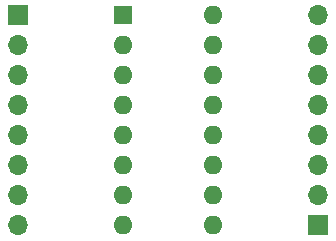
<source format=gbr>
%TF.GenerationSoftware,KiCad,Pcbnew,(5.1.7)-1*%
%TF.CreationDate,2021-01-28T10:42:49-06:00*%
%TF.ProjectId,pinballMods,70696e62-616c-46c4-9d6f-64732e6b6963,rev?*%
%TF.SameCoordinates,Original*%
%TF.FileFunction,Copper,L2,Bot*%
%TF.FilePolarity,Positive*%
%FSLAX46Y46*%
G04 Gerber Fmt 4.6, Leading zero omitted, Abs format (unit mm)*
G04 Created by KiCad (PCBNEW (5.1.7)-1) date 2021-01-28 10:42:49*
%MOMM*%
%LPD*%
G01*
G04 APERTURE LIST*
%TA.AperFunction,ComponentPad*%
%ADD10O,1.700000X1.700000*%
%TD*%
%TA.AperFunction,ComponentPad*%
%ADD11R,1.700000X1.700000*%
%TD*%
%TA.AperFunction,ComponentPad*%
%ADD12O,1.600000X1.600000*%
%TD*%
%TA.AperFunction,ComponentPad*%
%ADD13R,1.600000X1.600000*%
%TD*%
G04 APERTURE END LIST*
D10*
%TO.P,,8*%
%TO.N,Net-(J3-Pad8)*%
X171450000Y-91440000D03*
%TO.P,,7*%
%TO.N,Net-(J3-Pad7)*%
X171450000Y-93980000D03*
%TO.P,,6*%
%TO.N,Net-(J3-Pad6)*%
X171450000Y-96520000D03*
%TO.P,,5*%
%TO.N,Net-(J3-Pad5)*%
X171450000Y-99060000D03*
%TO.P,,4*%
%TO.N,Net-(J3-Pad4)*%
X171450000Y-101600000D03*
%TO.P,,3*%
%TO.N,Net-(J3-Pad3)*%
X171450000Y-104140000D03*
%TO.P,,2*%
%TO.N,Net-(J3-Pad2)*%
X171450000Y-106680000D03*
D11*
%TO.P,,1*%
%TO.N,Net-(J3-Pad1)*%
X171450000Y-109220000D03*
%TD*%
D12*
%TO.P,,16*%
%TO.N,Net-(J2-Pad16)*%
X162560000Y-91440000D03*
%TO.P,,8*%
%TO.N,Net-(J2-Pad8)*%
X154940000Y-109220000D03*
%TO.P,,15*%
%TO.N,Net-(J2-Pad15)*%
X162560000Y-93980000D03*
%TO.P,,7*%
%TO.N,Net-(J2-Pad7)*%
X154940000Y-106680000D03*
%TO.P,,14*%
%TO.N,Net-(J2-Pad14)*%
X162560000Y-96520000D03*
%TO.P,,6*%
%TO.N,Net-(J2-Pad6)*%
X154940000Y-104140000D03*
%TO.P,,13*%
%TO.N,Net-(J2-Pad13)*%
X162560000Y-99060000D03*
%TO.P,,5*%
%TO.N,Net-(J2-Pad5)*%
X154940000Y-101600000D03*
%TO.P,,12*%
%TO.N,Net-(J2-Pad12)*%
X162560000Y-101600000D03*
%TO.P,,4*%
%TO.N,Net-(J2-Pad4)*%
X154940000Y-99060000D03*
%TO.P,,11*%
%TO.N,Net-(J2-Pad11)*%
X162560000Y-104140000D03*
%TO.P,,3*%
%TO.N,Net-(J2-Pad3)*%
X154940000Y-96520000D03*
%TO.P,,10*%
%TO.N,Net-(J2-Pad10)*%
X162560000Y-106680000D03*
%TO.P,,2*%
%TO.N,Net-(J2-Pad2)*%
X154940000Y-93980000D03*
%TO.P,,9*%
%TO.N,Net-(J2-Pad9)*%
X162560000Y-109220000D03*
D13*
%TO.P,,1*%
%TO.N,Net-(J2-Pad1)*%
X154940000Y-91440000D03*
%TD*%
D10*
%TO.P,,8*%
%TO.N,Net-(J1-Pad8)*%
X146050000Y-109220000D03*
%TO.P,,7*%
%TO.N,Net-(J1-Pad7)*%
X146050000Y-106680000D03*
%TO.P,,6*%
%TO.N,Net-(J1-Pad6)*%
X146050000Y-104140000D03*
%TO.P,,5*%
%TO.N,Net-(J1-Pad5)*%
X146050000Y-101600000D03*
%TO.P,,4*%
%TO.N,Net-(J1-Pad4)*%
X146050000Y-99060000D03*
%TO.P,,3*%
%TO.N,Net-(J1-Pad3)*%
X146050000Y-96520000D03*
%TO.P,,2*%
%TO.N,Net-(J1-Pad2)*%
X146050000Y-93980000D03*
D11*
%TO.P,,1*%
%TO.N,Net-(J1-Pad1)*%
X146050000Y-91440000D03*
%TD*%
M02*

</source>
